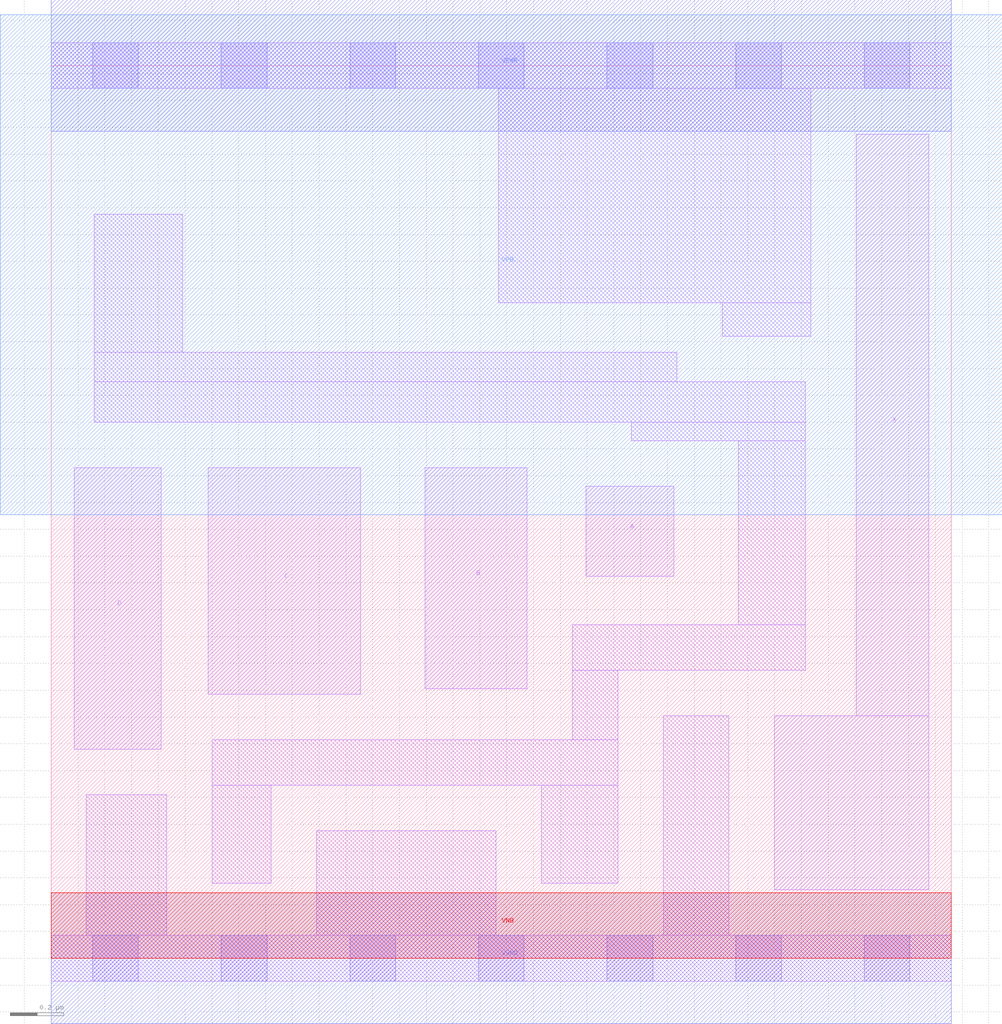
<source format=lef>
# Copyright 2020 The SkyWater PDK Authors
#
# Licensed under the Apache License, Version 2.0 (the "License");
# you may not use this file except in compliance with the License.
# You may obtain a copy of the License at
#
#     https://www.apache.org/licenses/LICENSE-2.0
#
# Unless required by applicable law or agreed to in writing, software
# distributed under the License is distributed on an "AS IS" BASIS,
# WITHOUT WARRANTIES OR CONDITIONS OF ANY KIND, either express or implied.
# See the License for the specific language governing permissions and
# limitations under the License.
#
# SPDX-License-Identifier: Apache-2.0

VERSION 5.7 ;
  NOWIREEXTENSIONATPIN ON ;
  DIVIDERCHAR "/" ;
  BUSBITCHARS "[]" ;
MACRO sky130_fd_sc_lp__or4_1
  CLASS CORE ;
  FOREIGN sky130_fd_sc_lp__or4_1 ;
  ORIGIN  0.000000  0.000000 ;
  SIZE  3.360000 BY  3.330000 ;
  SYMMETRY X Y R90 ;
  SITE unit ;
  PIN A
    ANTENNAGATEAREA  0.126000 ;
    DIRECTION INPUT ;
    USE SIGNAL ;
    PORT
      LAYER li1 ;
        RECT 1.995000 1.425000 2.325000 1.760000 ;
    END
  END A
  PIN B
    ANTENNAGATEAREA  0.126000 ;
    DIRECTION INPUT ;
    USE SIGNAL ;
    PORT
      LAYER li1 ;
        RECT 1.395000 1.005000 1.775000 1.830000 ;
    END
  END B
  PIN C
    ANTENNAGATEAREA  0.126000 ;
    DIRECTION INPUT ;
    USE SIGNAL ;
    PORT
      LAYER li1 ;
        RECT 0.585000 0.985000 1.155000 1.830000 ;
    END
  END C
  PIN D
    ANTENNAGATEAREA  0.126000 ;
    DIRECTION INPUT ;
    USE SIGNAL ;
    PORT
      LAYER li1 ;
        RECT 0.085000 0.780000 0.410000 1.830000 ;
    END
  END D
  PIN X
    ANTENNADIFFAREA  0.556500 ;
    DIRECTION OUTPUT ;
    USE SIGNAL ;
    PORT
      LAYER li1 ;
        RECT 2.700000 0.255000 3.275000 0.905000 ;
        RECT 3.005000 0.905000 3.275000 3.075000 ;
    END
  END X
  PIN VGND
    DIRECTION INOUT ;
    USE GROUND ;
    PORT
      LAYER met1 ;
        RECT 0.000000 -0.245000 3.360000 0.245000 ;
    END
  END VGND
  PIN VNB
    DIRECTION INOUT ;
    USE GROUND ;
    PORT
      LAYER pwell ;
        RECT 0.000000 0.000000 3.360000 0.245000 ;
    END
  END VNB
  PIN VPB
    DIRECTION INOUT ;
    USE POWER ;
    PORT
      LAYER nwell ;
        RECT -0.190000 1.655000 3.550000 3.520000 ;
    END
  END VPB
  PIN VPWR
    DIRECTION INOUT ;
    USE POWER ;
    PORT
      LAYER met1 ;
        RECT 0.000000 3.085000 3.360000 3.575000 ;
    END
  END VPWR
  OBS
    LAYER li1 ;
      RECT 0.000000 -0.085000 3.360000 0.085000 ;
      RECT 0.000000  3.245000 3.360000 3.415000 ;
      RECT 0.130000  0.085000 0.430000 0.610000 ;
      RECT 0.160000  2.000000 2.815000 2.150000 ;
      RECT 0.160000  2.150000 2.335000 2.260000 ;
      RECT 0.160000  2.260000 0.490000 2.775000 ;
      RECT 0.600000  0.280000 0.820000 0.645000 ;
      RECT 0.600000  0.645000 2.115000 0.815000 ;
      RECT 0.990000  0.085000 1.660000 0.475000 ;
      RECT 1.670000  2.445000 2.835000 3.245000 ;
      RECT 1.830000  0.280000 2.115000 0.645000 ;
      RECT 1.945000  0.815000 2.115000 1.075000 ;
      RECT 1.945000  1.075000 2.815000 1.245000 ;
      RECT 2.165000  1.930000 2.815000 2.000000 ;
      RECT 2.285000  0.085000 2.530000 0.905000 ;
      RECT 2.505000  2.320000 2.835000 2.445000 ;
      RECT 2.565000  1.245000 2.815000 1.930000 ;
    LAYER mcon ;
      RECT 0.155000 -0.085000 0.325000 0.085000 ;
      RECT 0.155000  3.245000 0.325000 3.415000 ;
      RECT 0.635000 -0.085000 0.805000 0.085000 ;
      RECT 0.635000  3.245000 0.805000 3.415000 ;
      RECT 1.115000 -0.085000 1.285000 0.085000 ;
      RECT 1.115000  3.245000 1.285000 3.415000 ;
      RECT 1.595000 -0.085000 1.765000 0.085000 ;
      RECT 1.595000  3.245000 1.765000 3.415000 ;
      RECT 2.075000 -0.085000 2.245000 0.085000 ;
      RECT 2.075000  3.245000 2.245000 3.415000 ;
      RECT 2.555000 -0.085000 2.725000 0.085000 ;
      RECT 2.555000  3.245000 2.725000 3.415000 ;
      RECT 3.035000 -0.085000 3.205000 0.085000 ;
      RECT 3.035000  3.245000 3.205000 3.415000 ;
  END
END sky130_fd_sc_lp__or4_1
END LIBRARY

</source>
